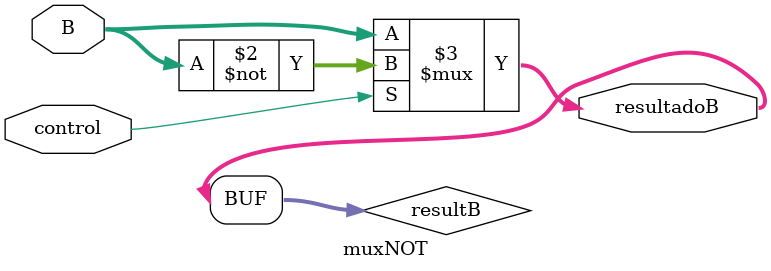
<source format=sv>
module muxNOT #(parameter N = 4)(input logic [N-1:0] B, input logic control, output logic [N-1:0] resultadoB);

    logic [N-1:0] resultB;

    always_comb begin
        resultB = control ? ~B : B;
    end

    assign resultadoB = resultB;

endmodule 
</source>
